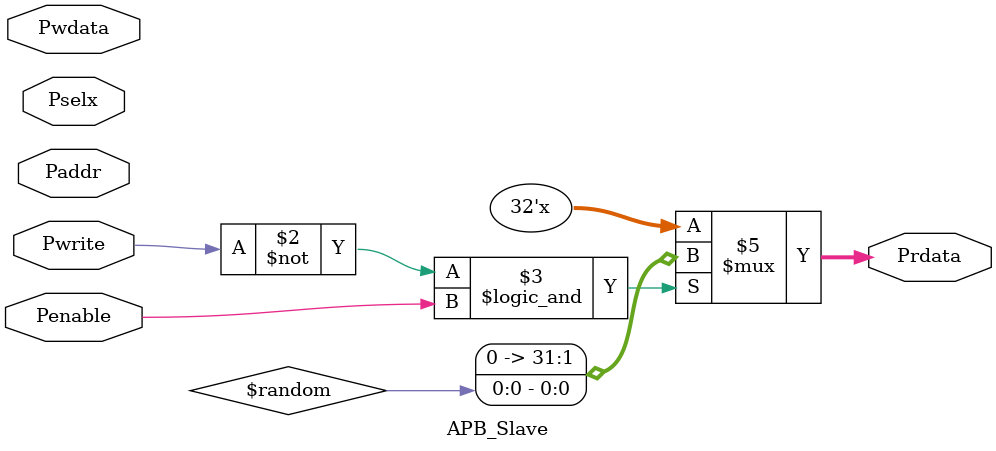
<source format=v>
`timescale 1ns / 1ps


module APB_Slave(Pwrite, Pselx, Penable, Paddr, Pwdata, Prdata);

//Port Declarations:
input Pwrite,Penable;
input [2:0] Pselx;
input [31:0] Pwdata,Paddr;
output reg [31:0] Prdata;


//Generating Prdata:
always@(*)
begin
    if (~Pwrite && Penable)
        Prdata=$random;
    else
        Prdata=32'hxx;
end


endmodule

</source>
